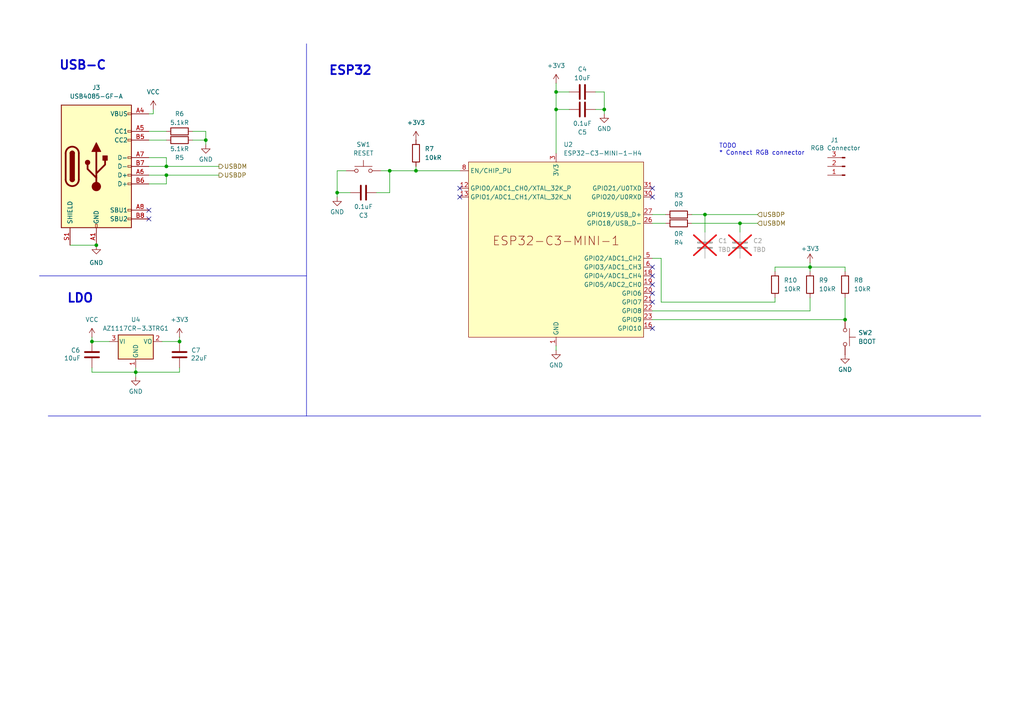
<source format=kicad_sch>
(kicad_sch (version 20250114) (generator "eeschema") (generator_version "9.0")
  (paper "A4")
  (lib_symbols
    (symbol "Connector:Conn_01x03_Pin" (pin_names (offset 1.016) (hide yes))
      (property "Reference" "J" (at 0 5.08 0))
      (property "Value" "Conn_01x03_Pin" (at 0 -5.08 0))
      (symbol "Conn_01x03_Pin_1_1"
        (rectangle (start 0.8636 2.667) (end 0 2.413) (stroke (width 0.1524)) (fill (type outline)))
        (rectangle (start 0.8636 0.127) (end 0 -0.127) (stroke (width 0.1524)) (fill (type outline)))
        (rectangle (start 0.8636 -2.413) (end 0 -2.667) (stroke (width 0.1524)) (fill (type outline)))
        (polyline (pts (xy 1.27 2.54) (xy 0.8636 2.54)) (stroke (width 0.1524)))
        (polyline (pts (xy 1.27 0) (xy 0.8636 0)) (stroke (width 0.1524)))
        (polyline (pts (xy 1.27 -2.54) (xy 0.8636 -2.54)) (stroke (width 0.1524)))
        (pin passive line (at 5.08 2.54 180) (length 3.81) (name "Pin_1") (number "1"))
        (pin passive line (at 5.08 0 180) (length 3.81) (name "Pin_2") (number "2"))
        (pin passive line (at 5.08 -2.54 180) (length 3.81) (name "Pin_3") (number "3"))
      )
    )
    (symbol "Connector:USB_C_Receptacle_USB2.0_16P" (pin_names (offset 1.016))
      (property "Reference" "J" (at 0 22.225 0))
      (property "Value" "USB_C_Receptacle_USB2.0_16P" (at 0 19.685 0))
      (symbol "USB_C_Receptacle_USB2.0_16P_0_0"
        (rectangle (start -0.254 -17.78) (end 0.254 -16.764))
        (rectangle (start 10.16 15.494) (end 9.144 14.986))
        (rectangle (start 10.16 10.414) (end 9.144 9.906))
        (rectangle (start 10.16 7.874) (end 9.144 7.366))
        (rectangle (start 10.16 2.794) (end 9.144 2.286))
        (rectangle (start 10.16 0.254) (end 9.144 -0.254))
        (rectangle (start 10.16 -2.286) (end 9.144 -2.794))
        (rectangle (start 10.16 -4.826) (end 9.144 -5.334))
        (rectangle (start 10.16 -12.446) (end 9.144 -12.954))
        (rectangle (start 10.16 -14.986) (end 9.144 -15.494))
      )
      (symbol "USB_C_Receptacle_USB2.0_16P_0_1"
        (rectangle (start -10.16 17.78) (end 10.16 -17.78) (stroke (width 0.254)) (fill (type background)))
        (polyline (pts (xy -8.89 -3.81) (xy -8.89 3.81)) (stroke (width 0.508)))
        (rectangle (start -7.62 -3.81) (end -6.35 3.81) (stroke (width 0.254)) (fill (type outline)))
        (arc (start -7.62 3.81) (mid -6.985 4.4423) (end -6.35 3.81) (stroke (width 0.254)))
        (arc (start -7.62 3.81) (mid -6.985 4.4423) (end -6.35 3.81) (stroke (width 0.254)) (fill (type outline)))
        (arc (start -8.89 3.81) (mid -6.985 5.7067) (end -5.08 3.81) (stroke (width 0.508)))
        (arc (start -5.08 -3.81) (mid -6.985 -5.7067) (end -8.89 -3.81) (stroke (width 0.508)))
        (arc (start -6.35 -3.81) (mid -6.985 -4.4423) (end -7.62 -3.81) (stroke (width 0.254)))
        (arc (start -6.35 -3.81) (mid -6.985 -4.4423) (end -7.62 -3.81) (stroke (width 0.254)) (fill (type outline)))
        (polyline (pts (xy -5.08 3.81) (xy -5.08 -3.81)) (stroke (width 0.508)))
        (circle (center -2.54 1.143) (radius 0.635) (stroke (width 0.254)) (fill (type outline)))
        (polyline (pts (xy -1.27 4.318) (xy 0 6.858) (xy 1.27 4.318) (xy -1.27 4.318)) (stroke (width 0.254)) (fill (type outline)))
        (polyline (pts (xy 0 -2.032) (xy 2.54 0.508) (xy 2.54 1.778)) (stroke (width 0.508)))
        (polyline (pts (xy 0 -3.302) (xy -2.54 -0.762) (xy -2.54 0.508)) (stroke (width 0.508)))
        (polyline (pts (xy 0 -5.842) (xy 0 4.318)) (stroke (width 0.508)))
        (circle (center 0 -5.842) (radius 1.27) (fill (type outline)))
        (rectangle (start 1.905 1.778) (end 3.175 3.048) (stroke (width 0.254)) (fill (type outline)))
      )
      (symbol "USB_C_Receptacle_USB2.0_16P_1_1"
        (pin passive line (at -7.62 -22.86 90) (length 5.08) (name "SHIELD") (number "S1"))
        (pin passive line (at 0 -22.86 90) (length 5.08) (name "GND") (number "A1"))
        (pin passive line (at 0 -22.86 90) (length 5.08) (hide yes) (name "GND") (number "A12"))
        (pin passive line (at 0 -22.86 90) (length 5.08) (hide yes) (name "GND") (number "B1"))
        (pin passive line (at 0 -22.86 90) (length 5.08) (hide yes) (name "GND") (number "B12"))
        (pin passive line (at 15.24 15.24 180) (length 5.08) (name "VBUS") (number "A4"))
        (pin passive line (at 15.24 15.24 180) (length 5.08) (hide yes) (name "VBUS") (number "A9"))
        (pin passive line (at 15.24 15.24 180) (length 5.08) (hide yes) (name "VBUS") (number "B4"))
        (pin passive line (at 15.24 15.24 180) (length 5.08) (hide yes) (name "VBUS") (number "B9"))
        (pin bidirectional line (at 15.24 10.16 180) (length 5.08) (name "CC1") (number "A5"))
        (pin bidirectional line (at 15.24 7.62 180) (length 5.08) (name "CC2") (number "B5"))
        (pin bidirectional line (at 15.24 2.54 180) (length 5.08) (name "D-") (number "A7"))
        (pin bidirectional line (at 15.24 0 180) (length 5.08) (name "D-") (number "B7"))
        (pin bidirectional line (at 15.24 -2.54 180) (length 5.08) (name "D+") (number "A6"))
        (pin bidirectional line (at 15.24 -5.08 180) (length 5.08) (name "D+") (number "B6"))
        (pin bidirectional line (at 15.24 -12.7 180) (length 5.08) (name "SBU1") (number "A8"))
        (pin bidirectional line (at 15.24 -15.24 180) (length 5.08) (name "SBU2") (number "B8"))
      )
    )
    (symbol "Device:C" (pin_numbers (hide yes)) (pin_names (offset 0.254))
      (property "Reference" "C" (at 0.635 2.54 0))
      (property "Value" "C" (at 0.635 -2.54 0))
      (symbol "C_0_1"
        (polyline (pts (xy -2.032 0.762) (xy 2.032 0.762)) (stroke (width 0.508)))
        (polyline (pts (xy -2.032 -0.762) (xy 2.032 -0.762)) (stroke (width 0.508)))
      )
      (symbol "C_1_1"
        (pin passive line (at 0 3.81 270) (length 2.794) (name "~") (number "1"))
        (pin passive line (at 0 -3.81 90) (length 2.794) (name "~") (number "2"))
      )
    )
    (symbol "Device:R" (pin_numbers (hide yes)) (pin_names (offset 0))
      (property "Reference" "R" (at 2.032 0 90))
      (property "Value" "R" (at 0 0 90))
      (symbol "R_0_1"
        (rectangle (start -1.016 -2.54) (end 1.016 2.54) (stroke (width 0.254)))
      )
      (symbol "R_1_1"
        (pin passive line (at 0 3.81 270) (length 1.27) (name "~") (number "1"))
        (pin passive line (at 0 -3.81 90) (length 1.27) (name "~") (number "2"))
      )
    )
    (symbol "PCM_Espressif:ESP32-C3-MINI-1"
      (property "Reference" "U" (at -25.4 30.48 0))
      (property "Value" "ESP32-C3-MINI-1" (at -25.4 27.94 0))
      (symbol "ESP32-C3-MINI-1_0_0"
        (text "ESP32-C3-MINI-1" (at 0 2.54 0) (effects (font (size 2.54 2.54))))
      )
      (symbol "ESP32-C3-MINI-1_0_1"
        (rectangle (start -25.4 25.4) (end 25.4 -25.4) (fill (type background)))
      )
      (symbol "ESP32-C3-MINI-1_1_1"
        (pin input line (at -27.94 22.86 0) (length 2.54) (name "EN/CHIP_PU") (number "8"))
        (pin bidirectional line (at -27.94 17.78 0) (length 2.54) (name "GPIO0/ADC1_CH0/XTAL_32K_P") (number "12"))
        (pin bidirectional line (at -27.94 15.24 0) (length 2.54) (name "GPIO1/ADC1_CH1/XTAL_32K_N") (number "13"))
        (pin no_connect line (at -25.4 10.16 0) (length 2.54) (hide yes) (name "NC") (number "4"))
        (pin no_connect line (at -25.4 7.62 0) (length 2.54) (hide yes) (name "NC") (number "7"))
        (pin no_connect line (at -25.4 5.08 0) (length 2.54) (hide yes) (name "NC") (number "9"))
        (pin no_connect line (at -25.4 2.54 0) (length 2.54) (hide yes) (name "NC") (number "10"))
        (pin no_connect line (at -25.4 0 0) (length 2.54) (hide yes) (name "NC") (number "15"))
        (pin no_connect line (at -25.4 -2.54 0) (length 2.54) (hide yes) (name "NC") (number "17"))
        (pin no_connect line (at -25.4 -5.08 0) (length 2.54) (hide yes) (name "NC") (number "24"))
        (pin no_connect line (at -25.4 -7.62 0) (length 2.54) (hide yes) (name "NC") (number "25"))
        (pin no_connect line (at -25.4 -10.16 0) (length 2.54) (hide yes) (name "NC") (number "28"))
        (pin no_connect line (at -25.4 -12.7 0) (length 2.54) (hide yes) (name "NC") (number "29"))
        (pin no_connect line (at -25.4 -15.24 0) (length 2.54) (hide yes) (name "NC") (number "32"))
        (pin no_connect line (at -25.4 -17.78 0) (length 2.54) (hide yes) (name "NC") (number "33"))
        (pin no_connect line (at -25.4 -20.32 0) (length 2.54) (hide yes) (name "NC") (number "34"))
        (pin no_connect line (at -25.4 -22.86 0) (length 2.54) (hide yes) (name "NC") (number "35"))
        (pin power_in line (at 0 27.94 270) (length 2.54) (name "3V3") (number "3"))
        (pin power_in line (at 0 -27.94 90) (length 2.54) (name "GND") (number "1"))
        (pin passive line (at 0 -27.94 90) (length 2.54) (hide yes) (name "GND") (number "11"))
        (pin passive line (at 0 -27.94 90) (length 2.54) (hide yes) (name "GND") (number "14"))
        (pin passive line (at 0 -27.94 90) (length 2.54) (hide yes) (name "GND") (number "2"))
        (pin passive line (at 0 -27.94 90) (length 2.54) (hide yes) (name "GND") (number "36"))
        (pin passive line (at 0 -27.94 90) (length 2.54) (hide yes) (name "GND") (number "37"))
        (pin passive line (at 0 -27.94 90) (length 2.54) (hide yes) (name "GND") (number "38"))
        (pin passive line (at 0 -27.94 90) (length 2.54) (hide yes) (name "GND") (number "39"))
        (pin passive line (at 0 -27.94 90) (length 2.54) (hide yes) (name "GND") (number "40"))
        (pin passive line (at 0 -27.94 90) (length 2.54) (hide yes) (name "GND") (number "41"))
        (pin passive line (at 0 -27.94 90) (length 2.54) (hide yes) (name "GND") (number "42"))
        (pin passive line (at 0 -27.94 90) (length 2.54) (hide yes) (name "GND") (number "43"))
        (pin passive line (at 0 -27.94 90) (length 2.54) (hide yes) (name "GND") (number "44"))
        (pin passive line (at 0 -27.94 90) (length 2.54) (hide yes) (name "GND") (number "45"))
        (pin passive line (at 0 -27.94 90) (length 2.54) (hide yes) (name "GND") (number "46"))
        (pin passive line (at 0 -27.94 90) (length 2.54) (hide yes) (name "GND") (number "47"))
        (pin passive line (at 0 -27.94 90) (length 2.54) (hide yes) (name "GND") (number "48"))
        (pin passive line (at 0 -27.94 90) (length 2.54) (hide yes) (name "GND") (number "49"))
        (pin passive line (at 0 -27.94 90) (length 2.54) (hide yes) (name "GND") (number "50"))
        (pin passive line (at 0 -27.94 90) (length 2.54) (hide yes) (name "GND") (number "51"))
        (pin passive line (at 0 -27.94 90) (length 2.54) (hide yes) (name "GND") (number "52"))
        (pin passive line (at 0 -27.94 90) (length 2.54) (hide yes) (name "GND") (number "53"))
        (pin bidirectional line (at 27.94 17.78 180) (length 2.54) (name "GPIO21/U0TXD") (number "31"))
        (pin bidirectional line (at 27.94 15.24 180) (length 2.54) (name "GPIO20/U0RXD") (number "30"))
        (pin bidirectional line (at 27.94 10.16 180) (length 2.54) (name "GPIO19/USB_D+") (number "27"))
        (pin bidirectional line (at 27.94 7.62 180) (length 2.54) (name "GPIO18/USB_D-") (number "26"))
        (pin bidirectional line (at 27.94 -2.54 180) (length 2.54) (name "GPIO2/ADC1_CH2") (number "5"))
        (pin bidirectional line (at 27.94 -5.08 180) (length 2.54) (name "GPIO3/ADC1_CH3") (number "6"))
        (pin bidirectional line (at 27.94 -7.62 180) (length 2.54) (name "GPIO4/ADC1_CH4") (number "18"))
        (pin bidirectional line (at 27.94 -10.16 180) (length 2.54) (name "GPIO5/ADC2_CH0") (number "19"))
        (pin bidirectional line (at 27.94 -12.7 180) (length 2.54) (name "GPIO6") (number "20"))
        (pin bidirectional line (at 27.94 -15.24 180) (length 2.54) (name "GPIO7") (number "21"))
        (pin bidirectional line (at 27.94 -17.78 180) (length 2.54) (name "GPIO8") (number "22"))
        (pin bidirectional line (at 27.94 -20.32 180) (length 2.54) (name "GPIO9") (number "23"))
        (pin bidirectional line (at 27.94 -22.86 180) (length 2.54) (name "GPIO10") (number "16"))
      )
    )
    (symbol "Regulator_Linear:AZ1117-3.3" (pin_names (offset 0.254))
      (property "Reference" "U" (at -3.81 3.175 0))
      (property "Value" "AZ1117-3.3" (at 0 3.175 0))
      (symbol "AZ1117-3.3_0_1"
        (rectangle (start -5.08 1.905) (end 5.08 -5.08) (stroke (width 0.254)) (fill (type background)))
      )
      (symbol "AZ1117-3.3_1_1"
        (pin power_in line (at -7.62 0 0) (length 2.54) (name "VI") (number "3"))
        (pin power_in line (at 0 -7.62 90) (length 2.54) (name "GND") (number "1"))
        (pin power_out line (at 7.62 0 180) (length 2.54) (name "VO") (number "2"))
      )
    )
    (symbol "Switch:SW_Push" (pin_numbers (hide yes)) (pin_names (offset 1.016) (hide yes))
      (property "Reference" "SW" (at 1.27 2.54 0))
      (property "Value" "SW_Push" (at 0 -1.524 0))
      (symbol "SW_Push_0_1"
        (circle (center -2.032 0) (radius 0.508))
        (polyline (pts (xy 0 1.27) (xy 0 3.048)))
        (circle (center 2.032 0) (radius 0.508))
        (polyline (pts (xy 2.54 1.27) (xy -2.54 1.27)))
        (pin passive line (at -5.08 0 0) (length 2.54) (name "1") (number "1"))
        (pin passive line (at 5.08 0 180) (length 2.54) (name "2") (number "2"))
      )
    )
    (symbol "power:+3V3" (power) (pin_numbers (hide yes)) (pin_names (offset 0) (hide yes))
      (property "Value" "+3V3" (at 0 3.556 0))
      (symbol "+3V3_0_1"
        (polyline (pts (xy -0.762 1.27) (xy 0 2.54)))
        (polyline (pts (xy 0 2.54) (xy 0.762 1.27)))
        (polyline (pts (xy 0 0) (xy 0 2.54)))
      )
      (symbol "+3V3_1_1"
        (pin power_in line (at 0 0 90) (length 0) (name "~") (number "1"))
      )
    )
    (symbol "power:GND" (power) (pin_numbers (hide yes)) (pin_names (offset 0) (hide yes))
      (property "Value" "GND" (at 0 -3.81 0))
      (symbol "GND_0_1"
        (polyline (pts (xy 0 0) (xy 0 -1.27) (xy 1.27 -1.27) (xy 0 -2.54) (xy -1.27 -1.27) (xy 0 -1.27)))
      )
      (symbol "GND_1_1"
        (pin power_in line (at 0 0 270) (length 0) (name "~") (number "1"))
      )
    )
    (symbol "power:VCC" (power) (pin_numbers (hide yes)) (pin_names (offset 0) (hide yes))
      (property "Value" "VCC" (at 0 3.556 0))
      (symbol "VCC_0_1"
        (polyline (pts (xy -0.762 1.27) (xy 0 2.54)))
        (polyline (pts (xy 0 2.54) (xy 0.762 1.27)))
        (polyline (pts (xy 0 0) (xy 0 2.54)))
      )
      (symbol "VCC_1_1"
        (pin power_in line (at 0 0 90) (length 0) (name "~") (number "1"))
      )
    )
  )
  (text "ESP32" (at 95.25 20.574 0) (effects (font (size 2.54 2.54) (thickness 0.508) (bold yes)) (justify left)))
  (text "USB-C" (at 17.018 19.05 0) (effects (font (size 2.54 2.54) (thickness 0.508) (bold yes)) (justify left)))
  (text "TODO\n* Connect RGB connector" (at 208.534 43.434 0) (effects (font (size 1.27 1.27)) (justify left)))
  (text "LDO" (at 19.304 86.614 0) (effects (font (size 2.54 2.54) (thickness 0.508) (bold yes)) (justify left)))
  (junction (at 113.03 49.53))
  (junction (at 52.07 99.06))
  (junction (at 234.95 77.47))
  (junction (at 48.26 48.26))
  (junction (at 59.69 40.64))
  (junction (at 27.94 71.12))
  (junction (at 39.37 107.95))
  (junction (at 175.26 31.75))
  (junction (at 120.65 49.53))
  (junction (at 161.29 31.75))
  (junction (at 97.79 55.88))
  (junction (at 48.26 50.8))
  (junction (at 26.67 99.06))
  (junction (at 204.47 62.23))
  (junction (at 161.29 26.67))
  (junction (at 245.11 92.71))
  (junction (at 214.63 64.77))
  (no_connect (at 189.23 87.63))
  (no_connect (at 189.23 85.09))
  (no_connect (at 133.35 54.61))
  (no_connect (at 133.35 57.15))
  (no_connect (at 189.23 57.15))
  (no_connect (at 189.23 95.25))
  (no_connect (at 189.23 54.61))
  (no_connect (at 189.23 82.55))
  (no_connect (at 43.18 60.96))
  (no_connect (at 189.23 77.47))
  (no_connect (at 43.18 63.5))
  (no_connect (at 189.23 80.01))
  (wire (pts (xy 44.45 31.75) (xy 44.45 33.02)))
  (wire (pts (xy 161.29 101.6) (xy 161.29 100.33)))
  (wire (pts (xy 234.95 76.2) (xy 234.95 77.47)))
  (wire (pts (xy 161.29 31.75) (xy 165.1 31.75)))
  (wire (pts (xy 59.69 40.64) (xy 59.69 41.91)))
  (wire (pts (xy 97.79 55.88) (xy 97.79 49.53)))
  (polyline (pts (xy 88.9 12.7) (xy 88.9 120.65)))
  (polyline (pts (xy 11.43 80.01) (xy 88.9 80.01)))
  (wire (pts (xy 39.37 107.95) (xy 39.37 106.68)))
  (wire (pts (xy 48.26 40.64) (xy 43.18 40.64)))
  (wire (pts (xy 20.32 71.12) (xy 27.94 71.12)))
  (wire (pts (xy 120.65 48.26) (xy 120.65 49.53)))
  (wire (pts (xy 234.95 77.47) (xy 234.95 78.74)))
  (wire (pts (xy 113.03 49.53) (xy 113.03 55.88)))
  (wire (pts (xy 175.26 26.67) (xy 172.72 26.67)))
  (wire (pts (xy 43.18 38.1) (xy 48.26 38.1)))
  (wire (pts (xy 189.23 64.77) (xy 193.04 64.77)))
  (wire (pts (xy 224.79 86.36) (xy 224.79 87.63)))
  (wire (pts (xy 97.79 49.53) (xy 100.33 49.53)))
  (wire (pts (xy 43.18 53.34) (xy 48.26 53.34)))
  (wire (pts (xy 43.18 45.72) (xy 48.26 45.72)))
  (wire (pts (xy 48.26 50.8) (xy 63.5 50.8)))
  (wire (pts (xy 26.67 107.95) (xy 39.37 107.95)))
  (wire (pts (xy 97.79 57.15) (xy 97.79 55.88)))
  (wire (pts (xy 175.26 31.75) (xy 175.26 26.67)))
  (wire (pts (xy 189.23 62.23) (xy 193.04 62.23)))
  (wire (pts (xy 234.95 90.17) (xy 189.23 90.17)))
  (wire (pts (xy 245.11 77.47) (xy 245.11 78.74)))
  (wire (pts (xy 48.26 48.26) (xy 63.5 48.26)))
  (wire (pts (xy 189.23 92.71) (xy 245.11 92.71)))
  (wire (pts (xy 43.18 33.02) (xy 44.45 33.02)))
  (wire (pts (xy 200.66 64.77) (xy 214.63 64.77)))
  (wire (pts (xy 133.35 49.53) (xy 120.65 49.53)))
  (wire (pts (xy 172.72 31.75) (xy 175.26 31.75)))
  (wire (pts (xy 26.67 97.79) (xy 26.67 99.06)))
  (wire (pts (xy 55.88 40.64) (xy 59.69 40.64)))
  (wire (pts (xy 43.18 50.8) (xy 48.26 50.8)))
  (wire (pts (xy 234.95 77.47) (xy 245.11 77.47)))
  (wire (pts (xy 161.29 31.75) (xy 161.29 44.45)))
  (wire (pts (xy 39.37 107.95) (xy 39.37 109.22)))
  (wire (pts (xy 214.63 64.77) (xy 214.63 67.31)))
  (wire (pts (xy 234.95 86.36) (xy 234.95 90.17)))
  (wire (pts (xy 224.79 77.47) (xy 234.95 77.47)))
  (polyline (pts (xy 13.97 120.65) (xy 284.48 120.65)))
  (wire (pts (xy 191.77 87.63) (xy 224.79 87.63)))
  (wire (pts (xy 48.26 53.34) (xy 48.26 50.8)))
  (wire (pts (xy 191.77 74.93) (xy 191.77 87.63)))
  (wire (pts (xy 224.79 78.74) (xy 224.79 77.47)))
  (wire (pts (xy 26.67 99.06) (xy 31.75 99.06)))
  (wire (pts (xy 245.11 86.36) (xy 245.11 92.71)))
  (wire (pts (xy 161.29 26.67) (xy 161.29 31.75)))
  (wire (pts (xy 113.03 55.88) (xy 109.22 55.88)))
  (wire (pts (xy 204.47 62.23) (xy 219.71 62.23)))
  (wire (pts (xy 113.03 49.53) (xy 110.49 49.53)))
  (wire (pts (xy 59.69 38.1) (xy 59.69 40.64)))
  (wire (pts (xy 26.67 107.95) (xy 26.67 106.68)))
  (wire (pts (xy 120.65 49.53) (xy 113.03 49.53)))
  (wire (pts (xy 52.07 107.95) (xy 52.07 106.68)))
  (wire (pts (xy 200.66 62.23) (xy 204.47 62.23)))
  (wire (pts (xy 161.29 26.67) (xy 165.1 26.67)))
  (wire (pts (xy 189.23 74.93) (xy 191.77 74.93)))
  (wire (pts (xy 43.18 48.26) (xy 48.26 48.26)))
  (wire (pts (xy 161.29 24.13) (xy 161.29 26.67)))
  (wire (pts (xy 39.37 107.95) (xy 52.07 107.95)))
  (wire (pts (xy 175.26 33.02) (xy 175.26 31.75)))
  (wire (pts (xy 204.47 62.23) (xy 204.47 67.31)))
  (wire (pts (xy 46.99 99.06) (xy 52.07 99.06)))
  (wire (pts (xy 48.26 45.72) (xy 48.26 48.26)))
  (wire (pts (xy 97.79 55.88) (xy 101.6 55.88)))
  (wire (pts (xy 52.07 99.06) (xy 52.07 97.79)))
  (wire (pts (xy 214.63 64.77) (xy 219.71 64.77)))
  (wire (pts (xy 55.88 38.1) (xy 59.69 38.1)))
  (hierarchical_label "USBDM" (shape output) (at 63.5 48.26 0))
  (hierarchical_label "USBDP" (shape output) (at 63.5 50.8 0))
  (hierarchical_label "USBDM" (shape input) (at 219.71 64.77 0))
  (hierarchical_label "USBDP" (shape input) (at 219.71 62.23 0))
  (symbol (lib_id "power:GND") (at 39.37 109.22 0) (unit 1)
    (property "Reference" "#PWR04" (effects (hide yes)))
    (property "Value" "GND" (at 39.37 113.538 0))
    (property "Description" "Power symbol creates a global label with name \"GND\" , ground" (effects (hide yes)))
  )
  (symbol (lib_id "power:+3V3") (at 120.65 40.64 0) (unit 1)
    (property "Reference" "#PWR06" (effects (hide yes)))
    (property "Value" "+3V3" (at 120.65 35.56 0))
    (property "Description" "Power symbol creates a global label with name \"+3V3\"" (effects (hide yes)))
  )
  (symbol (lib_id "PCM_Espressif:ESP32-C3-MINI-1") (at 161.29 72.39 0) (unit 1)
    (property "Reference" "U2" (at 163.4333 41.91 0) (effects (justify left)))
    (property "Value" "ESP32-C3-MINI-1-H4" (at 163.4333 44.45 0) (effects (justify left)))
    (property "Footprint" "PCM_Espressif:ESP32-C3-MINI-1" (effects (hide yes)))
    (property "Datasheet" "https://www.espressif.com/sites/default/files/documentation/esp32-c3-mini-1_datasheet_en.pdf" (effects (hide yes)))
    (property "Description" "ESP32-C3-MINI-1 family is an ultra-low-power MCU-based SoC solution that supports 2.4 GHz Wi-Fi and Bluetooth®Low Energy (Bluetooth LE)." (effects (hide yes)))
  )
  (symbol (lib_id "power:GND") (at 27.94 71.12 0) (unit 1)
    (property "Reference" "#PWR05" (effects (hide yes)))
    (property "Value" "GND" (at 27.94 76.2 0))
    (property "Description" "Power symbol creates a global label with name \"GND\" , ground" (effects (hide yes)))
  )
  (symbol (lib_id "power:VCC") (at 44.45 31.75 0) (unit 1)
    (property "Reference" "#PWR01" (effects (hide yes)))
    (property "Value" "VCC" (at 44.45 26.67 0))
    (property "Description" "Power symbol creates a global label with name \"VCC\"" (effects (hide yes)))
  )
  (symbol (lib_id "power:+3V3") (at 161.29 24.13 0) (unit 1)
    (property "Reference" "#PWR09" (effects (hide yes)))
    (property "Value" "+3V3" (at 161.29 19.05 0))
    (property "Description" "Power symbol creates a global label with name \"+3V3\"" (effects (hide yes)))
  )
  (symbol (lib_id "Switch:SW_Push") (at 105.41 49.53 0) (unit 1)
    (property "Reference" "SW1" (at 105.41 41.91 0))
    (property "Value" "RESET" (at 105.41 44.45 0))
    (property "Description" "Push button switch, generic, two pins" (effects (hide yes)))
  )
  (symbol (lib_id "power:GND") (at 161.29 101.6 0) (unit 1)
    (property "Reference" "#PWR010" (effects (hide yes)))
    (property "Value" "GND" (at 161.29 105.918 0))
    (property "Description" "Power symbol creates a global label with name \"GND\" , ground" (effects (hide yes)))
  )
  (symbol (lib_id "power:GND") (at 59.69 41.91 0) (unit 1)
    (property "Reference" "#PWR07" (effects (hide yes)))
    (property "Value" "GND" (at 59.69 46.228 0))
    (property "Description" "Power symbol creates a global label with name \"GND\" , ground" (effects (hide yes)))
  )
  (symbol (lib_id "Device:C") (at 26.67 102.87 0) (unit 1)
    (property "Reference" "C6" (at 20.574 101.6 0) (effects (justify left)))
    (property "Value" "10uF" (at 18.542 103.886 0) (effects (justify left)))
    (property "Description" "Unpolarized capacitor" (effects (hide yes)))
  )
  (symbol (lib_id "power:GND") (at 245.11 102.87 0) (unit 1)
    (property "Reference" "#PWR015" (effects (hide yes)))
    (property "Value" "GND" (at 245.11 107.188 0))
    (property "Description" "Power symbol creates a global label with name \"GND\" , ground" (effects (hide yes)))
  )
  (symbol (lib_id "Connector:Conn_01x03_Pin") (at 245.11 48.26 180) (unit 1)
    (property "Reference" "J1" (at 242.062 40.64 0))
    (property "Value" "RGB Connector" (at 242.316 42.926 0))
    (property "Footprint" "Connector_PinHeader_2.54mm:PinHeader_1x03_P2.54mm_Vertical" (effects (hide yes)))
    (property "Description" "Generic connector, single row, 01x03, script generated" (effects (hide yes)))
  )
  (symbol (lib_id "Device:R") (at 196.85 64.77 90) (unit 1)
    (property "Reference" "R4" (at 196.85 70.358 90))
    (property "Value" "0R" (at 196.85 67.818 90))
    (property "Description" "Resistor" (effects (hide yes)))
  )
  (symbol (lib_id "Device:R") (at 120.65 44.45 0) (unit 1)
    (property "Reference" "R7" (at 123.19 43.1799 0) (effects (justify left)))
    (property "Value" "10kR" (at 123.19 45.7199 0) (effects (justify left)))
    (property "Description" "Resistor" (effects (hide yes)))
  )
  (symbol (lib_id "Device:R") (at 234.95 82.55 0) (unit 1)
    (property "Reference" "R9" (at 237.49 81.2799 0) (effects (justify left)))
    (property "Value" "10kR" (at 237.49 83.8199 0) (effects (justify left)))
    (property "Description" "Resistor" (effects (hide yes)))
  )
  (symbol (lib_id "Device:R") (at 196.85 62.23 90) (unit 1)
    (property "Reference" "R3" (at 196.85 56.642 90))
    (property "Value" "0R" (at 196.85 59.182 90))
    (property "Description" "Resistor" (effects (hide yes)))
  )
  (symbol (lib_id "power:GND") (at 175.26 33.02 0) (unit 1)
    (property "Reference" "#PWR011" (effects (hide yes)))
    (property "Value" "GND" (at 175.26 37.338 0))
    (property "Description" "Power symbol creates a global label with name \"GND\" , ground" (effects (hide yes)))
  )
  (symbol (lib_id "Device:C") (at 168.91 31.75 270) (unit 1)
    (property "Reference" "C5" (at 168.91 38.354 90))
    (property "Value" "0.1uF" (at 168.91 35.814 90))
    (property "Description" "Unpolarized capacitor" (effects (hide yes)))
  )
  (symbol (lib_id "Device:C") (at 204.47 71.12 0) (unit 1) (dnp yes)
    (property "Reference" "C1" (at 208.28 69.8499 0) (effects (justify left)))
    (property "Value" "TBD" (at 208.28 72.3899 0) (effects (justify left)))
    (property "Description" "Unpolarized capacitor" (effects (hide yes)))
  )
  (symbol (lib_id "Device:C") (at 52.07 102.87 0) (mirror y) (unit 1)
    (property "Reference" "C7" (at 58.166 101.6 0) (effects (justify left)))
    (property "Value" "22uF" (at 60.198 103.886 0) (effects (justify left)))
    (property "Description" "Unpolarized capacitor" (effects (hide yes)))
  )
  (symbol (lib_id "Regulator_Linear:AZ1117-3.3") (at 39.37 99.06 0) (unit 1)
    (property "Reference" "U4" (at 39.37 92.71 0))
    (property "Value" "AZ1117CR-3.3TRG1" (at 39.37 95.25 0))
    (property "Footprint" "Package_TO_SOT_SMD:SOT-89-3_Handsoldering" (effects (hide yes)))
    (property "Datasheet" "https://www.diodes.com/assets/Datasheets/AZ1117.pdf" (effects (hide yes)))
    (property "Description" "1A 20V Fixed LDO Linear Regulator, 3.3V, SOT-89/SOT-223/TO-220/TO-252/TO-263" (effects (hide yes)))
  )
  (symbol (lib_id "power:VCC") (at 26.67 97.79 0) (unit 1)
    (property "Reference" "#PWR08" (effects (hide yes)))
    (property "Value" "VCC" (at 26.67 92.71 0))
    (property "Description" "Power symbol creates a global label with name \"VCC\"" (effects (hide yes)))
  )
  (symbol (lib_id "Device:R") (at 52.07 38.1 90) (unit 1)
    (property "Reference" "R6" (at 52.07 33.02 90))
    (property "Value" "5.1kR" (at 52.07 35.56 90))
    (property "Description" "Resistor" (effects (hide yes)))
  )
  (symbol (lib_id "Device:C") (at 168.91 26.67 270) (mirror x) (unit 1)
    (property "Reference" "C4" (at 168.91 20.066 90))
    (property "Value" "10uF" (at 168.91 22.606 90))
    (property "Description" "Unpolarized capacitor" (effects (hide yes)))
  )
  (symbol (lib_id "Switch:SW_Push") (at 245.11 97.79 270) (unit 1)
    (property "Reference" "SW2" (at 248.92 96.5199 90) (effects (justify left)))
    (property "Value" "BOOT" (at 248.92 99.0599 90) (effects (justify left)))
    (property "Description" "Push button switch, generic, two pins" (effects (hide yes)))
  )
  (symbol (lib_id "Device:R") (at 245.11 82.55 0) (unit 1)
    (property "Reference" "R8" (at 247.65 81.2799 0) (effects (justify left)))
    (property "Value" "10kR" (at 247.65 83.8199 0) (effects (justify left)))
    (property "Description" "Resistor" (effects (hide yes)))
  )
  (symbol (lib_id "power:+3V3") (at 52.07 97.79 0) (unit 1)
    (property "Reference" "#PWR03" (effects (hide yes)))
    (property "Value" "+3V3" (at 52.07 92.71 0))
    (property "Description" "Power symbol creates a global label with name \"+3V3\"" (effects (hide yes)))
  )
  (symbol (lib_id "Device:R") (at 224.79 82.55 0) (unit 1)
    (property "Reference" "R10" (at 227.33 81.2799 0) (effects (justify left)))
    (property "Value" "10kR" (at 227.33 83.8199 0) (effects (justify left)))
    (property "Description" "Resistor" (effects (hide yes)))
  )
  (symbol (lib_id "power:GND") (at 97.79 57.15 0) (unit 1)
    (property "Reference" "#PWR02" (effects (hide yes)))
    (property "Value" "GND" (at 97.79 61.468 0))
    (property "Description" "Power symbol creates a global label with name \"GND\" , ground" (effects (hide yes)))
  )
  (symbol (lib_id "Device:C") (at 105.41 55.88 270) (unit 1)
    (property "Reference" "C3" (at 105.41 62.484 90))
    (property "Value" "0.1uF" (at 105.41 59.944 90))
    (property "Description" "Unpolarized capacitor" (effects (hide yes)))
  )
  (symbol (lib_id "Device:R") (at 52.07 40.64 90) (mirror x) (unit 1)
    (property "Reference" "R5" (at 52.07 45.72 90))
    (property "Value" "5.1kR" (at 52.07 43.18 90))
    (property "Description" "Resistor" (effects (hide yes)))
  )
  (symbol (lib_id "Device:C") (at 214.63 71.12 0) (unit 1) (dnp yes)
    (property "Reference" "C2" (at 218.44 69.8499 0) (effects (justify left)))
    (property "Value" "TBD" (at 218.44 72.3899 0) (effects (justify left)))
    (property "Description" "Unpolarized capacitor" (effects (hide yes)))
  )
  (symbol (lib_id "power:+3V3") (at 234.95 76.2 0) (unit 1)
    (property "Reference" "#PWR013" (effects (hide yes)))
    (property "Value" "+3V3" (at 234.95 72.136 0))
    (property "Description" "Power symbol creates a global label with name \"+3V3\"" (effects (hide yes)))
  )
  (symbol (lib_id "Connector:USB_C_Receptacle_USB2.0_16P") (at 27.94 48.26 0) (unit 1)
    (property "Reference" "J3" (at 27.94 25.4 0))
    (property "Value" "USB4085-GF-A" (at 27.94 27.94 0))
    (property "Footprint" "Connector_USB:USB_C_Receptacle_GCT_USB4085" (effects (hide yes)))
    (property "Datasheet" "https://www.usb.org/sites/default/files/documents/usb_type-c.zip" (effects (hide yes)))
    (property "Description" "USB 2.0-only 16P Type-C Receptacle connector" (effects (hide yes)))
  )
)
</source>
